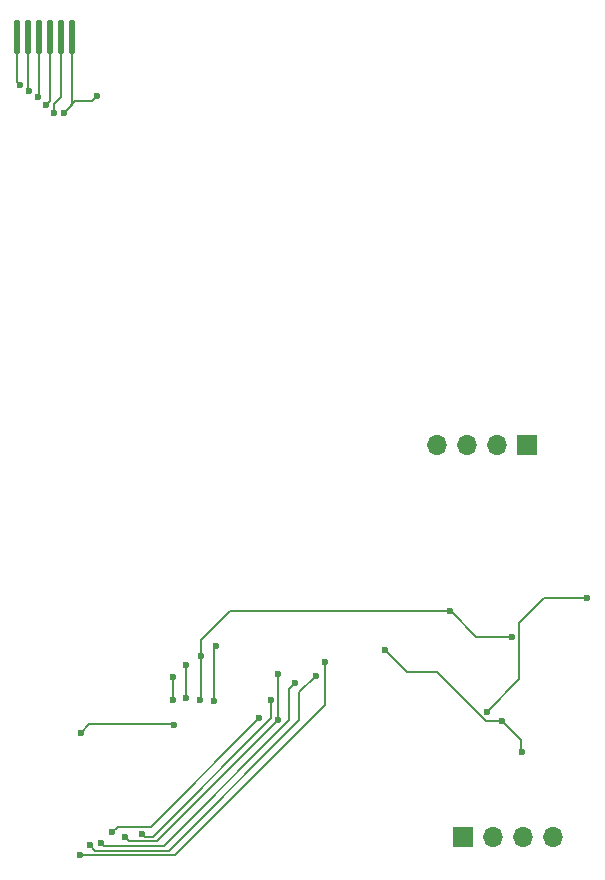
<source format=gbr>
%TF.GenerationSoftware,KiCad,Pcbnew,8.0.4*%
%TF.CreationDate,2025-06-05T19:44:25+01:00*%
%TF.ProjectId,psptvout,70737074-766f-4757-942e-6b696361645f,rev?*%
%TF.SameCoordinates,Original*%
%TF.FileFunction,Copper,L2,Bot*%
%TF.FilePolarity,Positive*%
%FSLAX46Y46*%
G04 Gerber Fmt 4.6, Leading zero omitted, Abs format (unit mm)*
G04 Created by KiCad (PCBNEW 8.0.4) date 2025-06-05 19:44:25*
%MOMM*%
%LPD*%
G01*
G04 APERTURE LIST*
G04 Aperture macros list*
%AMRoundRect*
0 Rectangle with rounded corners*
0 $1 Rounding radius*
0 $2 $3 $4 $5 $6 $7 $8 $9 X,Y pos of 4 corners*
0 Add a 4 corners polygon primitive as box body*
4,1,4,$2,$3,$4,$5,$6,$7,$8,$9,$2,$3,0*
0 Add four circle primitives for the rounded corners*
1,1,$1+$1,$2,$3*
1,1,$1+$1,$4,$5*
1,1,$1+$1,$6,$7*
1,1,$1+$1,$8,$9*
0 Add four rect primitives between the rounded corners*
20,1,$1+$1,$2,$3,$4,$5,0*
20,1,$1+$1,$4,$5,$6,$7,0*
20,1,$1+$1,$6,$7,$8,$9,0*
20,1,$1+$1,$8,$9,$2,$3,0*%
G04 Aperture macros list end*
%TA.AperFunction,ComponentPad*%
%ADD10R,1.700000X1.700000*%
%TD*%
%TA.AperFunction,ComponentPad*%
%ADD11O,1.700000X1.700000*%
%TD*%
%TA.AperFunction,SMDPad,CuDef*%
%ADD12RoundRect,0.117500X0.117500X1.332500X-0.117500X1.332500X-0.117500X-1.332500X0.117500X-1.332500X0*%
%TD*%
%TA.AperFunction,ViaPad*%
%ADD13C,0.600000*%
%TD*%
%TA.AperFunction,Conductor*%
%ADD14C,0.200000*%
%TD*%
G04 APERTURE END LIST*
D10*
%TO.P,J1,1,Pin_1*%
%TO.N,/audio1*%
X198510000Y-131400000D03*
D11*
%TO.P,J1,2,Pin_2*%
%TO.N,/audio2*%
X201050000Y-131400000D03*
%TO.P,J1,3,Pin_3*%
%TO.N,/audio4*%
X203590000Y-131400000D03*
%TO.P,J1,4,Pin_4*%
%TO.N,/audio3*%
X206130000Y-131400000D03*
%TD*%
D12*
%TO.P,U1,7,UART4_RX*%
%TO.N,/PSPRX*%
X160800500Y-63687500D03*
%TO.P,U1,8,UART4_VCC*%
%TO.N,/PSP_UART_VCC*%
X161720500Y-63687500D03*
%TO.P,U1,9,VIDEO_DETECT*%
%TO.N,/PSP_VIDEO_DETECT*%
X162640500Y-63687500D03*
%TO.P,U1,10,WAKE*%
%TO.N,/PSP_WAKE*%
X163560500Y-63687500D03*
%TO.P,U1,11,BLUE/LUME_(Pb)*%
%TO.N,/PSP_BLUE_LUME_PB*%
X164480500Y-63687500D03*
%TO.P,U1,12,VIDEO_GND*%
%TO.N,/GND*%
X165400500Y-63687500D03*
%TD*%
D10*
%TO.P,J2,1,Pin_1*%
%TO.N,/OUT_PSPTX*%
X204000000Y-98200000D03*
D11*
%TO.P,J2,2,Pin_2*%
%TO.N,/OUT_PSPRX*%
X201460000Y-98200000D03*
%TO.P,J2,3,Pin_3*%
%TO.N,/UART_GND*%
X198920000Y-98200000D03*
%TO.P,J2,4,Pin_4*%
%TO.N,/OUT_UART_VCC*%
X196380000Y-98200000D03*
%TD*%
D13*
%TO.N,/OUT_UART_VCC*%
X191900000Y-115550000D03*
X201825000Y-121525000D03*
X203575000Y-124225000D03*
%TO.N,/PSPRX*%
X177600000Y-115250000D03*
X177450000Y-119850000D03*
X161050000Y-67700000D03*
%TO.N,/PSP_UART_VCC*%
X176400000Y-116100000D03*
X197475000Y-112275000D03*
X202725000Y-114425000D03*
X161800000Y-68200000D03*
X176250000Y-119800000D03*
%TO.N,/PSPTX*%
X182900000Y-121450000D03*
X182900000Y-117600000D03*
X169900000Y-131400000D03*
%TO.N,/OUT_PSPTX*%
X209050000Y-111150000D03*
X200575000Y-120775000D03*
%TO.N,/PSP_BLUE_LUME_PB*%
X163950000Y-70100000D03*
%TO.N,/PSP_WAKE*%
X174000000Y-119800000D03*
X174000000Y-117850000D03*
X163200000Y-69400000D03*
%TO.N,/GND*%
X166200000Y-122550000D03*
X186100000Y-117750000D03*
X167600000Y-68650000D03*
X164748364Y-70048851D03*
X166950000Y-132100000D03*
X174050000Y-121900000D03*
%TO.N,/PSP_VIDEO_DETECT*%
X175100000Y-119650000D03*
X175100000Y-116850000D03*
X162550000Y-68750000D03*
%TO.N,/LUMA_Y*%
X184350000Y-118350000D03*
X167900000Y-131900000D03*
%TO.N,/RED_LUMA_PR*%
X166100000Y-132950000D03*
X186900000Y-116550000D03*
%TO.N,/PSPMICIN*%
X171400000Y-131100000D03*
X182300000Y-119750000D03*
%TO.N,/UART_GND*%
X168850000Y-131000000D03*
X181300000Y-121350000D03*
%TD*%
D14*
%TO.N,/OUT_UART_VCC*%
X200476471Y-121525000D02*
X201825000Y-121525000D01*
X203475000Y-124125000D02*
X203475000Y-123175000D01*
X196375000Y-117423529D02*
X200476471Y-121525000D01*
X191900000Y-115550000D02*
X193773529Y-117423529D01*
X193773529Y-117423529D02*
X196375000Y-117423529D01*
X203475000Y-123175000D02*
X201825000Y-121525000D01*
X203575000Y-124225000D02*
X203475000Y-124125000D01*
%TO.N,/PSPRX*%
X177450000Y-115400000D02*
X177600000Y-115250000D01*
X177450000Y-119850000D02*
X177450000Y-115400000D01*
X160800500Y-63687500D02*
X160800500Y-67450500D01*
X160800500Y-67450500D02*
X161050000Y-67700000D01*
%TO.N,/PSP_UART_VCC*%
X176400000Y-119650000D02*
X176250000Y-119800000D01*
X197525000Y-112275000D02*
X197475000Y-112275000D01*
X197475000Y-112275000D02*
X178826471Y-112275000D01*
X161720500Y-63687500D02*
X161720500Y-68120500D01*
X176400000Y-114701471D02*
X176400000Y-116100000D01*
X161720500Y-68120500D02*
X161800000Y-68200000D01*
X199675000Y-114425000D02*
X197525000Y-112275000D01*
X176400000Y-116100000D02*
X176400000Y-119650000D01*
X178826471Y-112275000D02*
X176400000Y-114701471D01*
X202725000Y-114425000D02*
X199675000Y-114425000D01*
%TO.N,/PSPTX*%
X182900000Y-121500000D02*
X172650000Y-131750000D01*
X182900000Y-121450000D02*
X182900000Y-121500000D01*
X170250000Y-131750000D02*
X169900000Y-131400000D01*
X182900000Y-117600000D02*
X182900000Y-121450000D01*
X172650000Y-131750000D02*
X170250000Y-131750000D01*
%TO.N,/OUT_PSPTX*%
X203325000Y-113225000D02*
X203325000Y-118025000D01*
X203325000Y-118025000D02*
X200575000Y-120775000D01*
X205400000Y-111150000D02*
X203325000Y-113225000D01*
X209050000Y-111150000D02*
X205400000Y-111150000D01*
%TO.N,/PSP_BLUE_LUME_PB*%
X163950000Y-70100000D02*
X163950000Y-69300000D01*
X163950000Y-69300000D02*
X164480500Y-68769500D01*
X164480500Y-68769500D02*
X164480500Y-63687500D01*
%TO.N,/PSP_WAKE*%
X163560500Y-63687500D02*
X163560500Y-69039500D01*
X163560500Y-69039500D02*
X163200000Y-69400000D01*
X174000000Y-117850000D02*
X174000000Y-119800000D01*
%TO.N,/GND*%
X166900000Y-121850000D02*
X166200000Y-122550000D01*
X186100000Y-117750000D02*
X184700000Y-119150000D01*
X164748364Y-70048851D02*
X165697214Y-69100000D01*
X173650000Y-132550000D02*
X167400000Y-132550000D01*
X165400500Y-63687500D02*
X165400500Y-69396715D01*
X174000000Y-121850000D02*
X166900000Y-121850000D01*
X167400000Y-132550000D02*
X166950000Y-132100000D01*
X184700000Y-119150000D02*
X184700000Y-121500000D01*
X165400500Y-69396715D02*
X164748364Y-70048851D01*
X165697214Y-69100000D02*
X167150000Y-69100000D01*
X184700000Y-121500000D02*
X173650000Y-132550000D01*
X174050000Y-121900000D02*
X174000000Y-121850000D01*
X167150000Y-69100000D02*
X167600000Y-68650000D01*
%TO.N,/PSP_VIDEO_DETECT*%
X175100000Y-116850000D02*
X175100000Y-119650000D01*
X162640500Y-63687500D02*
X162640500Y-68659500D01*
X162640500Y-68659500D02*
X162550000Y-68750000D01*
%TO.N,/LUMA_Y*%
X173200000Y-132150000D02*
X168150000Y-132150000D01*
X168150000Y-132150000D02*
X167900000Y-131900000D01*
X183850000Y-118850000D02*
X183850000Y-121500000D01*
X184350000Y-118350000D02*
X183850000Y-118850000D01*
X183850000Y-121500000D02*
X173200000Y-132150000D01*
%TO.N,/RED_LUMA_PR*%
X186900000Y-120250000D02*
X174200000Y-132950000D01*
X174200000Y-132950000D02*
X166100000Y-132950000D01*
X186900000Y-116550000D02*
X186900000Y-120250000D01*
%TO.N,/PSPMICIN*%
X182300000Y-119750000D02*
X182300000Y-121350000D01*
X172300000Y-131350000D02*
X171650000Y-131350000D01*
X171650000Y-131350000D02*
X171400000Y-131100000D01*
X182300000Y-121350000D02*
X172300000Y-131350000D01*
%TO.N,/UART_GND*%
X169350000Y-130500000D02*
X168850000Y-131000000D01*
X181250000Y-121350000D02*
X172100000Y-130500000D01*
X181300000Y-121350000D02*
X181250000Y-121350000D01*
X172100000Y-130500000D02*
X169350000Y-130500000D01*
%TD*%
M02*

</source>
